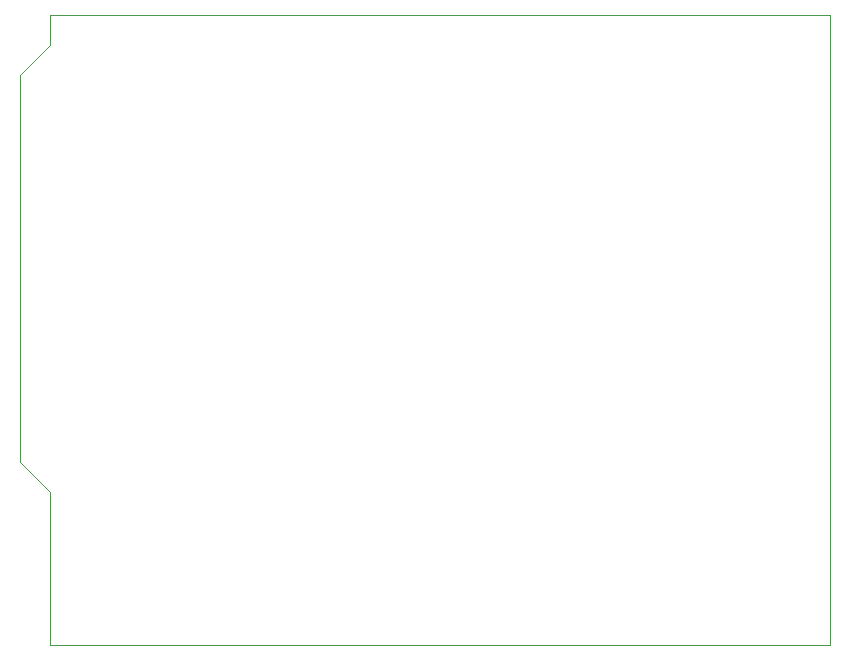
<source format=gm1>
%FSLAX44Y44*%
%MOMM*%
G71*
G01*
G75*
G04 Layer_Color=16711935*
%ADD10R,0.9000X0.7000*%
%ADD11O,0.3000X2.1000*%
%ADD12O,2.1000X0.3000*%
%ADD13R,0.6500X1.0500*%
%ADD14R,0.7000X1.3000*%
%ADD15R,1.3000X0.7000*%
%ADD16O,0.7000X2.5000*%
%ADD17O,2.6000X0.7000*%
%ADD18R,0.7000X0.9000*%
%ADD19R,0.9000X0.7000*%
%ADD20R,3.5052X1.6002*%
%ADD21C,0.2540*%
%ADD22C,1.7780*%
%ADD23P,1.8145X8X202.5*%
%ADD24C,3.2004*%
%ADD25P,2.0895X8X112.5*%
%ADD26P,1.9245X8X202.5*%
%ADD27P,2.0895X8X22.5*%
%ADD28C,1.2700*%
%ADD29O,4.1000X1.4500*%
%ADD30C,0.6000*%
%ADD31C,0.2500*%
%ADD32C,0.2032*%
%ADD33C,0.0127*%
%ADD34C,0.1524*%
%ADD35C,0.1270*%
%ADD36C,0.2000*%
%ADD37R,1.1032X0.9032*%
%ADD38O,0.5032X2.3032*%
%ADD39O,2.3032X0.5032*%
%ADD40R,0.8532X1.2532*%
%ADD41R,0.9032X1.5032*%
%ADD42R,1.5032X0.9032*%
%ADD43O,0.9032X2.7032*%
%ADD44O,2.8032X0.9032*%
%ADD45R,0.9032X1.1032*%
%ADD46R,1.1032X0.9032*%
%ADD47R,3.7084X1.8034*%
%ADD48C,1.9812*%
%ADD49P,2.0345X8X202.5*%
%ADD50C,3.4036*%
%ADD51P,2.3094X8X112.5*%
%ADD52P,2.1444X8X202.5*%
%ADD53P,2.3094X8X22.5*%
%ADD54C,1.4732*%
%ADD55O,4.3032X1.6532*%
%ADD56C,0.4000*%
%ADD57C,0.0000*%
D57*
X323850Y869950D02*
X984250D01*
X323850Y844550D02*
Y869950D01*
X298450Y819150D02*
X323850Y844550D01*
X298450Y491490D02*
Y819150D01*
Y491490D02*
X323850Y466090D01*
Y336550D02*
Y466090D01*
Y336550D02*
X984250D01*
Y869950D01*
M02*

</source>
